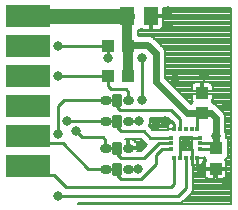
<source format=gtl>
G75*
%MOIN*%
%OFA0B0*%
%FSLAX25Y25*%
%IPPOS*%
%LPD*%
%AMOC8*
5,1,8,0,0,1.08239X$1,22.5*
%
%ADD10R,0.05118X0.06299*%
%ADD11R,0.04252X0.04134*%
%ADD12R,0.15000X0.07600*%
%ADD13R,0.01220X0.01614*%
%ADD14R,0.01614X0.01220*%
%ADD15R,0.03937X0.04331*%
%ADD16C,0.03150*%
%ADD17C,0.01575*%
%ADD18C,0.00800*%
%ADD19C,0.01000*%
%ADD20C,0.03175*%
%ADD21C,0.02400*%
%ADD22C,0.05000*%
%ADD23C,0.03200*%
%ADD24C,0.01600*%
D10*
X0053563Y0083102D03*
X0061437Y0083102D03*
D11*
X0078500Y0057547D03*
X0078500Y0050657D03*
X0083000Y0039047D03*
X0083000Y0032157D03*
D12*
X0020500Y0033102D03*
X0020500Y0043102D03*
X0020500Y0053102D03*
X0020500Y0063102D03*
X0020500Y0073102D03*
X0020500Y0083102D03*
D13*
X0069063Y0045425D03*
X0071031Y0045425D03*
X0073000Y0045425D03*
X0074969Y0045425D03*
X0076937Y0045425D03*
X0076937Y0035779D03*
X0074969Y0035779D03*
X0073000Y0035779D03*
X0071031Y0035779D03*
X0069063Y0035779D03*
D14*
X0068177Y0038634D03*
X0068177Y0040602D03*
X0068177Y0042571D03*
X0077823Y0042571D03*
X0077823Y0040602D03*
X0077823Y0038634D03*
D15*
X0053846Y0063102D03*
X0047154Y0063102D03*
X0047154Y0073102D03*
X0053846Y0073102D03*
D16*
X0054086Y0055102D02*
X0053300Y0055102D01*
X0046700Y0055102D02*
X0045914Y0055102D01*
X0045914Y0048102D02*
X0046700Y0048102D01*
X0053300Y0048102D02*
X0054086Y0048102D01*
X0054086Y0039102D02*
X0053300Y0039102D01*
X0046700Y0039102D02*
X0045914Y0039102D01*
X0045914Y0032102D02*
X0046700Y0032102D01*
X0053300Y0032102D02*
X0054086Y0032102D01*
D17*
X0049212Y0030921D02*
X0049212Y0033283D01*
X0050788Y0033283D01*
X0050788Y0030921D01*
X0049212Y0030921D01*
X0049212Y0032495D02*
X0050788Y0032495D01*
X0049212Y0037921D02*
X0049212Y0040283D01*
X0050788Y0040283D01*
X0050788Y0037921D01*
X0049212Y0037921D01*
X0049212Y0039495D02*
X0050788Y0039495D01*
X0049212Y0046921D02*
X0049212Y0049283D01*
X0050788Y0049283D01*
X0050788Y0046921D01*
X0049212Y0046921D01*
X0049212Y0048495D02*
X0050788Y0048495D01*
X0049212Y0053921D02*
X0049212Y0056283D01*
X0050788Y0056283D01*
X0050788Y0053921D01*
X0049212Y0053921D01*
X0049212Y0055495D02*
X0050788Y0055495D01*
D18*
X0061087Y0047388D02*
X0060695Y0046442D01*
X0062067Y0045071D01*
X0066431Y0045071D01*
X0066542Y0045181D01*
X0067053Y0045181D01*
X0067053Y0045425D01*
X0068421Y0045425D01*
X0068421Y0045425D01*
X0067053Y0045425D01*
X0067053Y0046416D01*
X0067148Y0046772D01*
X0067332Y0047092D01*
X0067593Y0047352D01*
X0067912Y0047537D01*
X0068268Y0047632D01*
X0068435Y0047632D01*
X0066964Y0049102D01*
X0060969Y0049102D01*
X0061087Y0048816D01*
X0061087Y0047388D01*
X0061087Y0047647D02*
X0068420Y0047647D01*
X0067621Y0048445D02*
X0061087Y0048445D01*
X0060864Y0046848D02*
X0067192Y0046848D01*
X0067053Y0046050D02*
X0061088Y0046050D01*
X0061886Y0045251D02*
X0067053Y0045251D01*
X0070984Y0042618D02*
X0075593Y0042618D01*
X0075016Y0042041D01*
X0075016Y0039163D01*
X0075016Y0038009D01*
X0074439Y0038586D01*
X0071561Y0038586D01*
X0071031Y0038056D01*
X0070984Y0038104D01*
X0070984Y0042618D01*
X0070984Y0042057D02*
X0075032Y0042057D01*
X0075016Y0041259D02*
X0070984Y0041259D01*
X0070984Y0040460D02*
X0075016Y0040460D01*
X0075016Y0039662D02*
X0070984Y0039662D01*
X0070984Y0038863D02*
X0075016Y0038863D01*
X0075016Y0038065D02*
X0074960Y0038065D01*
X0076937Y0035779D02*
X0078947Y0035779D01*
X0076937Y0035779D01*
X0076937Y0035779D01*
X0076937Y0034632D02*
X0076937Y0033572D01*
X0077732Y0033572D01*
X0078088Y0033668D01*
X0078407Y0033852D01*
X0078668Y0034112D01*
X0078852Y0034432D01*
X0078947Y0034788D01*
X0078947Y0035779D01*
X0078947Y0036023D01*
X0079002Y0036023D01*
X0079848Y0035178D01*
X0079754Y0035084D01*
X0079569Y0034764D01*
X0079474Y0034408D01*
X0079474Y0032557D01*
X0082600Y0032557D01*
X0082600Y0031757D01*
X0083400Y0031757D01*
X0083400Y0028690D01*
X0085310Y0028690D01*
X0085666Y0028786D01*
X0085986Y0028970D01*
X0086246Y0029231D01*
X0086431Y0029550D01*
X0086526Y0029906D01*
X0086526Y0031757D01*
X0083400Y0031757D01*
X0083400Y0032557D01*
X0086526Y0032557D01*
X0086526Y0034408D01*
X0086431Y0034764D01*
X0086246Y0035084D01*
X0086152Y0035178D01*
X0087126Y0036152D01*
X0087126Y0041942D01*
X0086587Y0042481D01*
X0086587Y0043816D01*
X0086200Y0044751D01*
X0086200Y0049739D01*
X0085713Y0050915D01*
X0084813Y0051815D01*
X0083258Y0053370D01*
X0082491Y0053687D01*
X0081652Y0054526D01*
X0081746Y0054620D01*
X0081931Y0054940D01*
X0082026Y0055296D01*
X0082026Y0057147D01*
X0078900Y0057147D01*
X0078900Y0057947D01*
X0078100Y0057947D01*
X0078100Y0061014D01*
X0076190Y0061014D01*
X0075834Y0060918D01*
X0075514Y0060734D01*
X0075254Y0060473D01*
X0075069Y0060154D01*
X0074974Y0059798D01*
X0074974Y0057947D01*
X0078100Y0057947D01*
X0078100Y0057147D01*
X0074974Y0057147D01*
X0074974Y0055296D01*
X0075069Y0054940D01*
X0075254Y0054620D01*
X0075348Y0054526D01*
X0074725Y0053903D01*
X0066200Y0062427D01*
X0066200Y0071239D01*
X0065713Y0072415D01*
X0064813Y0073315D01*
X0062029Y0076098D01*
X0060853Y0076585D01*
X0057325Y0076585D01*
X0057163Y0076748D01*
X0057163Y0078165D01*
X0057924Y0078926D01*
X0058018Y0078832D01*
X0058338Y0078648D01*
X0058694Y0078552D01*
X0061037Y0078552D01*
X0061037Y0082702D01*
X0061837Y0082702D01*
X0061837Y0078552D01*
X0064180Y0078552D01*
X0064536Y0078648D01*
X0064856Y0078832D01*
X0065116Y0079093D01*
X0065301Y0079412D01*
X0065396Y0079768D01*
X0065396Y0082702D01*
X0061837Y0082702D01*
X0061837Y0083502D01*
X0065396Y0083502D01*
X0065396Y0085702D01*
X0088100Y0085702D01*
X0088100Y0020502D01*
X0037000Y0020502D01*
X0037000Y0020602D01*
X0070997Y0020602D01*
X0071916Y0020983D01*
X0072619Y0021686D01*
X0075119Y0024186D01*
X0075500Y0025105D01*
X0075500Y0033572D01*
X0075763Y0033572D01*
X0075953Y0033623D01*
X0076142Y0033572D01*
X0076937Y0033572D01*
X0076937Y0034632D01*
X0076937Y0034632D01*
X0076937Y0034072D02*
X0076937Y0034072D01*
X0075500Y0033274D02*
X0079474Y0033274D01*
X0079474Y0034072D02*
X0078627Y0034072D01*
X0078947Y0034871D02*
X0079631Y0034871D01*
X0079356Y0035669D02*
X0078947Y0035669D01*
X0079474Y0031757D02*
X0079474Y0029906D01*
X0079569Y0029550D01*
X0079754Y0029231D01*
X0080014Y0028970D01*
X0080334Y0028786D01*
X0080690Y0028690D01*
X0082600Y0028690D01*
X0082600Y0031757D01*
X0079474Y0031757D01*
X0079474Y0031677D02*
X0075500Y0031677D01*
X0075500Y0032475D02*
X0082600Y0032475D01*
X0082600Y0031677D02*
X0083400Y0031677D01*
X0083400Y0032475D02*
X0088100Y0032475D01*
X0088100Y0031677D02*
X0086526Y0031677D01*
X0086526Y0030878D02*
X0088100Y0030878D01*
X0088100Y0030080D02*
X0086526Y0030080D01*
X0086275Y0029281D02*
X0088100Y0029281D01*
X0088100Y0028483D02*
X0075500Y0028483D01*
X0075500Y0029281D02*
X0079725Y0029281D01*
X0079474Y0030080D02*
X0075500Y0030080D01*
X0075500Y0030878D02*
X0079474Y0030878D01*
X0082600Y0030878D02*
X0083400Y0030878D01*
X0083400Y0030080D02*
X0082600Y0030080D01*
X0082600Y0029281D02*
X0083400Y0029281D01*
X0088100Y0027684D02*
X0075500Y0027684D01*
X0075500Y0026886D02*
X0088100Y0026886D01*
X0088100Y0026087D02*
X0075500Y0026087D01*
X0075500Y0025289D02*
X0088100Y0025289D01*
X0088100Y0024490D02*
X0075245Y0024490D01*
X0074625Y0023692D02*
X0088100Y0023692D01*
X0088100Y0022893D02*
X0073827Y0022893D01*
X0073028Y0022095D02*
X0088100Y0022095D01*
X0088100Y0021296D02*
X0072230Y0021296D01*
X0086526Y0033274D02*
X0088100Y0033274D01*
X0088100Y0034072D02*
X0086526Y0034072D01*
X0086369Y0034871D02*
X0088100Y0034871D01*
X0088100Y0035669D02*
X0086644Y0035669D01*
X0087126Y0036468D02*
X0088100Y0036468D01*
X0088100Y0037266D02*
X0087126Y0037266D01*
X0087126Y0038065D02*
X0088100Y0038065D01*
X0088100Y0038863D02*
X0087126Y0038863D01*
X0087126Y0039662D02*
X0088100Y0039662D01*
X0088100Y0040460D02*
X0087126Y0040460D01*
X0087126Y0041259D02*
X0088100Y0041259D01*
X0088100Y0042057D02*
X0087011Y0042057D01*
X0086587Y0042856D02*
X0088100Y0042856D01*
X0088100Y0043654D02*
X0086587Y0043654D01*
X0086323Y0044453D02*
X0088100Y0044453D01*
X0088100Y0045251D02*
X0086200Y0045251D01*
X0086200Y0046050D02*
X0088100Y0046050D01*
X0088100Y0046848D02*
X0086200Y0046848D01*
X0086200Y0047647D02*
X0088100Y0047647D01*
X0088100Y0048445D02*
X0086200Y0048445D01*
X0086200Y0049244D02*
X0088100Y0049244D01*
X0088100Y0050042D02*
X0086074Y0050042D01*
X0085743Y0050841D02*
X0088100Y0050841D01*
X0088100Y0051639D02*
X0084988Y0051639D01*
X0084189Y0052438D02*
X0088100Y0052438D01*
X0088100Y0053237D02*
X0083391Y0053237D01*
X0082143Y0054035D02*
X0088100Y0054035D01*
X0088100Y0054834D02*
X0081869Y0054834D01*
X0082026Y0055632D02*
X0088100Y0055632D01*
X0088100Y0056431D02*
X0082026Y0056431D01*
X0082026Y0057947D02*
X0082026Y0059798D01*
X0081931Y0060154D01*
X0081746Y0060473D01*
X0081486Y0060734D01*
X0081166Y0060918D01*
X0080810Y0061014D01*
X0078900Y0061014D01*
X0078900Y0057947D01*
X0082026Y0057947D01*
X0082026Y0058028D02*
X0088100Y0058028D01*
X0088100Y0058826D02*
X0082026Y0058826D01*
X0082026Y0059625D02*
X0088100Y0059625D01*
X0088100Y0060423D02*
X0081775Y0060423D01*
X0078900Y0060423D02*
X0078100Y0060423D01*
X0078100Y0059625D02*
X0078900Y0059625D01*
X0078900Y0058826D02*
X0078100Y0058826D01*
X0078100Y0058028D02*
X0078900Y0058028D01*
X0078900Y0057229D02*
X0088100Y0057229D01*
X0088100Y0061222D02*
X0067406Y0061222D01*
X0066607Y0062020D02*
X0088100Y0062020D01*
X0088100Y0062819D02*
X0066200Y0062819D01*
X0066200Y0063617D02*
X0088100Y0063617D01*
X0088100Y0064416D02*
X0066200Y0064416D01*
X0066200Y0065214D02*
X0088100Y0065214D01*
X0088100Y0066013D02*
X0066200Y0066013D01*
X0066200Y0066811D02*
X0088100Y0066811D01*
X0088100Y0067610D02*
X0066200Y0067610D01*
X0066200Y0068408D02*
X0088100Y0068408D01*
X0088100Y0069207D02*
X0066200Y0069207D01*
X0066200Y0070005D02*
X0088100Y0070005D01*
X0088100Y0070804D02*
X0066200Y0070804D01*
X0066049Y0071602D02*
X0088100Y0071602D01*
X0088100Y0072401D02*
X0065719Y0072401D01*
X0064928Y0073199D02*
X0088100Y0073199D01*
X0088100Y0073998D02*
X0064130Y0073998D01*
X0063331Y0074796D02*
X0088100Y0074796D01*
X0088100Y0075595D02*
X0062533Y0075595D01*
X0061317Y0076393D02*
X0088100Y0076393D01*
X0088100Y0077192D02*
X0057163Y0077192D01*
X0057163Y0077990D02*
X0088100Y0077990D01*
X0088100Y0078789D02*
X0064781Y0078789D01*
X0065348Y0079587D02*
X0088100Y0079587D01*
X0088100Y0080386D02*
X0065396Y0080386D01*
X0065396Y0081184D02*
X0088100Y0081184D01*
X0088100Y0081983D02*
X0065396Y0081983D01*
X0065396Y0083580D02*
X0088100Y0083580D01*
X0088100Y0084378D02*
X0065396Y0084378D01*
X0065396Y0085177D02*
X0088100Y0085177D01*
X0088100Y0082781D02*
X0061837Y0082781D01*
X0061837Y0081983D02*
X0061037Y0081983D01*
X0061037Y0081184D02*
X0061837Y0081184D01*
X0061837Y0080386D02*
X0061037Y0080386D01*
X0061037Y0079587D02*
X0061837Y0079587D01*
X0061837Y0078789D02*
X0061037Y0078789D01*
X0058093Y0078789D02*
X0057787Y0078789D01*
X0068204Y0060423D02*
X0075225Y0060423D01*
X0074974Y0059625D02*
X0069003Y0059625D01*
X0069801Y0058826D02*
X0074974Y0058826D01*
X0074974Y0058028D02*
X0070600Y0058028D01*
X0071398Y0057229D02*
X0078100Y0057229D01*
X0074974Y0056431D02*
X0072197Y0056431D01*
X0072995Y0055632D02*
X0074974Y0055632D01*
X0075131Y0054834D02*
X0073794Y0054834D01*
X0074592Y0054035D02*
X0074857Y0054035D01*
X0060109Y0040247D02*
X0057964Y0038102D01*
X0056892Y0038102D01*
X0056947Y0038234D01*
X0057043Y0038715D01*
X0054080Y0038715D01*
X0054080Y0039489D01*
X0057043Y0039489D01*
X0056947Y0039970D01*
X0056723Y0040511D01*
X0056397Y0040998D01*
X0055983Y0041413D01*
X0055496Y0041738D01*
X0054954Y0041962D01*
X0054380Y0042077D01*
X0054080Y0042077D01*
X0054080Y0039489D01*
X0053575Y0039489D01*
X0053575Y0040838D01*
X0053305Y0041488D01*
X0053305Y0042077D01*
X0053006Y0042077D01*
X0052947Y0042065D01*
X0052910Y0042102D01*
X0057964Y0042102D01*
X0059615Y0040451D01*
X0060109Y0040247D01*
X0059606Y0040460D02*
X0056744Y0040460D01*
X0057008Y0039662D02*
X0059524Y0039662D01*
X0058726Y0038863D02*
X0054080Y0038863D01*
X0054080Y0039662D02*
X0053575Y0039662D01*
X0053575Y0040460D02*
X0054080Y0040460D01*
X0054080Y0041259D02*
X0053400Y0041259D01*
X0053305Y0042057D02*
X0054080Y0042057D01*
X0054477Y0042057D02*
X0058009Y0042057D01*
X0058808Y0041259D02*
X0056137Y0041259D01*
X0071023Y0038065D02*
X0071040Y0038065D01*
D19*
X0023500Y0030102D02*
X0020500Y0033102D01*
X0023500Y0030102D02*
X0029000Y0030102D01*
X0033000Y0026102D01*
X0068000Y0026102D01*
X0069063Y0027165D01*
X0069063Y0035779D01*
X0071031Y0035779D02*
X0071031Y0038634D01*
X0073000Y0040602D01*
X0074969Y0038634D01*
X0074969Y0035779D01*
X0074969Y0033634D01*
X0075500Y0033102D01*
X0076937Y0033165D02*
X0077000Y0033102D01*
X0076937Y0033165D02*
X0076937Y0035779D01*
X0077823Y0038634D02*
X0082587Y0038634D01*
X0083000Y0039047D01*
X0081445Y0040602D01*
X0077823Y0040602D01*
X0077823Y0042571D02*
X0073531Y0042571D01*
X0073500Y0042602D01*
X0071031Y0045425D02*
X0071000Y0045456D01*
X0071000Y0048602D01*
X0068000Y0051602D01*
X0051000Y0051602D01*
X0050000Y0052602D01*
X0050000Y0055102D01*
X0046307Y0055102D02*
X0032500Y0055102D01*
X0030500Y0053102D01*
X0030500Y0043602D01*
X0032000Y0040602D02*
X0023000Y0040602D01*
X0032000Y0040602D02*
X0040500Y0032102D01*
X0046307Y0032102D01*
X0050000Y0032102D02*
X0050000Y0030102D01*
X0051500Y0028602D01*
X0058000Y0028602D01*
X0063000Y0033602D01*
X0063000Y0036634D01*
X0065000Y0038634D01*
X0068177Y0038634D01*
X0068177Y0040602D02*
X0064000Y0040602D01*
X0059000Y0035602D01*
X0051500Y0035602D01*
X0050000Y0037102D01*
X0050000Y0039102D01*
X0046307Y0039102D02*
X0046193Y0039102D01*
X0046193Y0041909D01*
X0045500Y0042602D01*
X0038500Y0042602D01*
X0036500Y0044602D01*
X0033500Y0048102D02*
X0046307Y0048102D01*
X0050000Y0048102D02*
X0050000Y0046102D01*
X0051500Y0044602D01*
X0059000Y0044602D01*
X0061031Y0042571D01*
X0068177Y0042571D01*
X0069063Y0045425D02*
X0069063Y0047039D01*
X0068000Y0048102D01*
X0066000Y0048102D01*
X0058500Y0055102D02*
X0058500Y0069102D01*
X0053000Y0058602D02*
X0048000Y0058602D01*
X0047000Y0059602D01*
X0047000Y0062948D01*
X0047154Y0063102D01*
X0030500Y0063102D01*
X0030500Y0073102D02*
X0047154Y0073102D01*
X0047000Y0072948D01*
X0047000Y0069102D01*
X0053000Y0058602D02*
X0053693Y0057909D01*
X0053693Y0055102D01*
X0053693Y0048102D02*
X0057500Y0048102D01*
X0073000Y0035779D02*
X0073000Y0025602D01*
X0070500Y0023102D01*
X0030500Y0023102D01*
X0053693Y0032102D02*
X0057000Y0032102D01*
X0076937Y0045425D02*
X0076937Y0049094D01*
X0078500Y0050657D01*
D20*
X0086500Y0053102D03*
X0079000Y0063102D03*
X0069500Y0062102D03*
X0058500Y0055102D03*
X0057500Y0048102D03*
X0063000Y0046602D03*
X0066000Y0048102D03*
X0073000Y0040602D03*
X0078000Y0032102D03*
X0086500Y0028102D03*
X0083000Y0043102D03*
X0058000Y0040102D03*
X0057000Y0032102D03*
X0036500Y0044602D03*
X0033500Y0048102D03*
X0030500Y0043602D03*
X0030500Y0063102D03*
X0030500Y0073102D03*
X0047000Y0069102D03*
X0058500Y0069102D03*
X0067000Y0079602D03*
X0067000Y0084602D03*
X0030500Y0023102D03*
D21*
X0063000Y0061102D02*
X0073500Y0050602D01*
X0078445Y0050602D01*
X0078500Y0050657D01*
X0081445Y0050657D01*
X0083000Y0049102D01*
X0083000Y0043102D01*
X0083000Y0039047D01*
X0063000Y0061102D02*
X0063000Y0070602D01*
X0060217Y0073385D01*
X0053563Y0073385D01*
D22*
X0053563Y0083102D02*
X0020500Y0083102D01*
D23*
X0053563Y0083102D02*
X0053563Y0073385D01*
X0053846Y0073102D01*
X0053846Y0063102D01*
D24*
X0023000Y0040602D02*
X0020500Y0043102D01*
M02*

</source>
